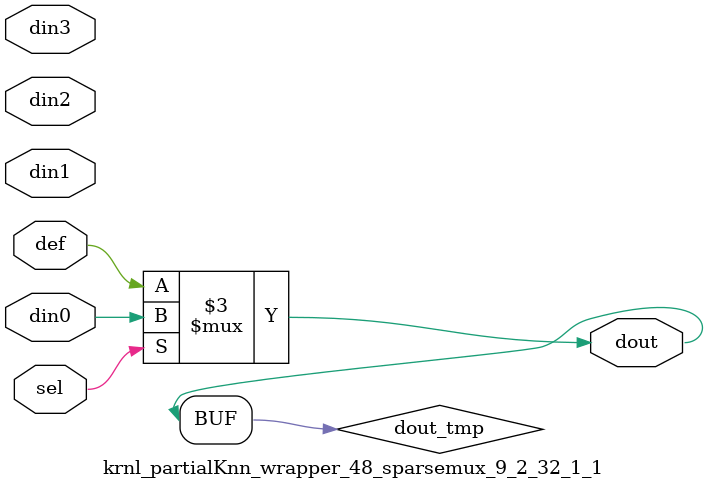
<source format=v>
`timescale 1 ns / 1 ps
module krnl_partialKnn_wrapper_48_sparsemux_9_2_32_1_1 (din0,din1,din2,din3,def,sel,dout);
parameter din0_WIDTH = 1;
parameter din1_WIDTH = 1;
parameter din2_WIDTH = 1;
parameter din3_WIDTH = 1;
parameter def_WIDTH = 1;
parameter sel_WIDTH = 1;
parameter dout_WIDTH = 1;
parameter [sel_WIDTH-1:0] CASE0 = 1;
parameter [sel_WIDTH-1:0] CASE1 = 1;
parameter [sel_WIDTH-1:0] CASE2 = 1;
parameter [sel_WIDTH-1:0] CASE3 = 1;
parameter ID = 1;
parameter NUM_STAGE = 1;
input [din0_WIDTH-1:0] din0;
input [din1_WIDTH-1:0] din1;
input [din2_WIDTH-1:0] din2;
input [din3_WIDTH-1:0] din3;
input [def_WIDTH-1:0] def;
input [sel_WIDTH-1:0] sel;
output [dout_WIDTH-1:0] dout;
reg [dout_WIDTH-1:0] dout_tmp;
always @ (*) begin
case (sel)
    
    CASE0 : dout_tmp = din0;
    
    CASE1 : dout_tmp = din1;
    
    CASE2 : dout_tmp = din2;
    
    CASE3 : dout_tmp = din3;
    
    default : dout_tmp = def;
endcase
end
assign dout = dout_tmp;
endmodule
</source>
